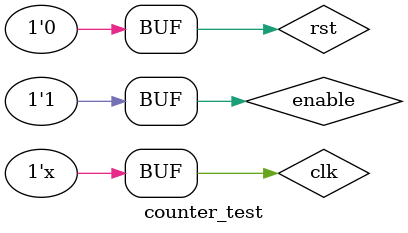
<source format=sv>
module counter_test();



	logic clk, rst, enable;
	logic[1:0] count;
	
	counter #(2) DUT(clk, rst, enable, count);
	
	initial begin
		
		clk = 0; rst = 0; enable = 1;
		#10 rst = 1;
		#10 rst = 0;
		
	end
	
	always
		#10 clk <= !clk;

endmodule 
</source>
